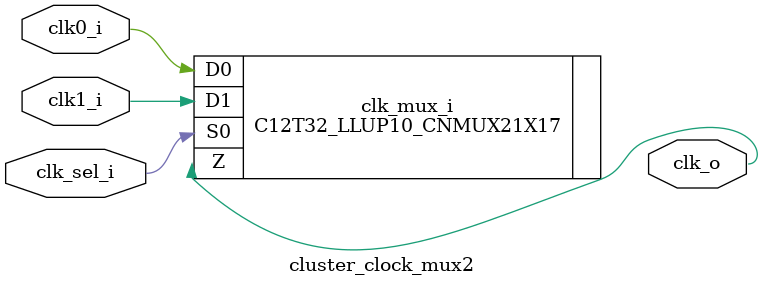
<source format=sv>


// C12T32_LLUP10_CNMUX21X17;

module cluster_clock_mux2
  (
   input  logic clk0_i,
   input  logic clk1_i,
   input  logic clk_sel_i,
   output logic clk_o
   );
   
   C12T32_LLUP10_CNMUX21X17
     clk_mux_i
       (
	.D0(clk0_i),
	.D1(clk1_i),
	.S0(clk_sel_i),
	.Z(clk_o)
	);
   
endmodule

</source>
